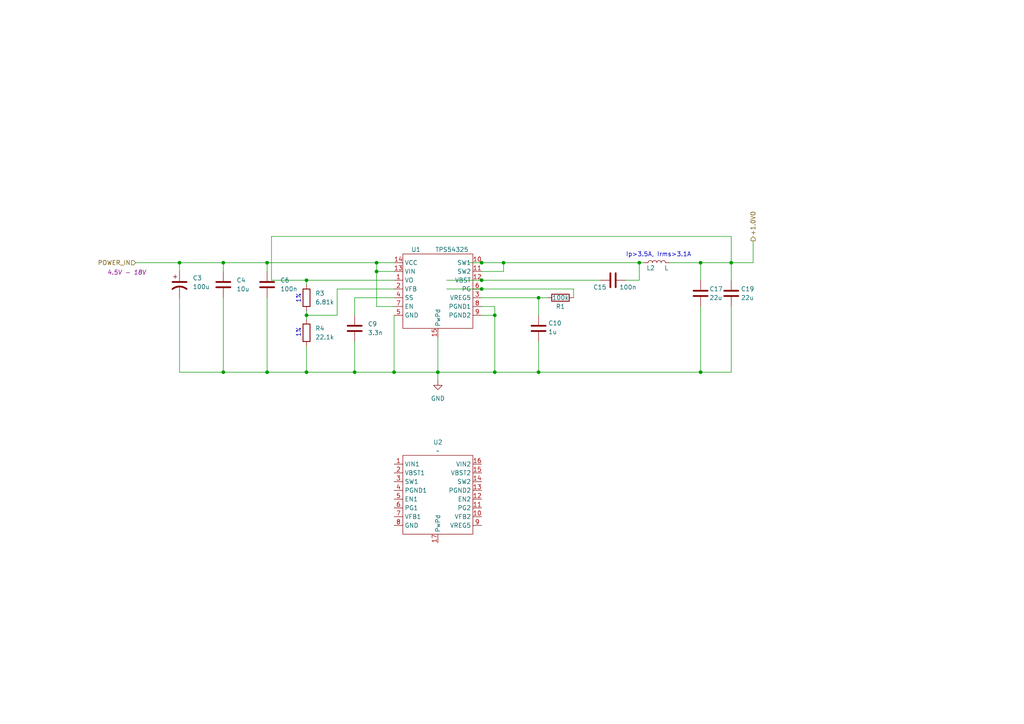
<source format=kicad_sch>
(kicad_sch (version 20231120) (generator "eeschema") (generator_version "8.0")
  (paper "A4")
  (title_block (title "Power Supply") (date "2024-09-06") (rev "v1.0") (company "MicroHard") (comment 1 "Supplies 1v, 1.8v and 3.3v in correct order"))
  (lib_symbols
    (symbol "Device:C" (pin_numbers hide) (pin_names (offset 0.254))
      (property "Reference" "C" (at 0.635 2.54 0))
      (property "Value" "C" (at 0.635 -2.54 0))
      (symbol "C_0_1"
        (polyline (pts (xy -2.032 -0.762) (xy 2.032 -0.762)) (stroke (width 0.508)))
        (polyline (pts (xy -2.032 0.762) (xy 2.032 0.762)) (stroke (width 0.508)))
      )
      (symbol "C_1_1"
        (pin passive line (at 0 3.81 270) (length 2.794) (name "~") (number "1"))
        (pin passive line (at 0 -3.81 90) (length 2.794) (name "~") (number "2"))
      )
    )
    (symbol "Device:C_Polarized_US" (pin_numbers hide) (pin_names (offset 0.254) hide)
      (property "Reference" "C" (at 0.635 2.54 0))
      (property "Value" "C_Polarized_US" (at 0.635 -2.54 0))
      (symbol "C_Polarized_US_0_1"
        (polyline (pts (xy -2.032 0.762) (xy 2.032 0.762)) (stroke (width 0.508)))
        (polyline (pts (xy -1.778 2.286) (xy -0.762 2.286)))
        (polyline (pts (xy -1.27 1.778) (xy -1.27 2.794)))
        (arc (start 2.032 -1.27) (mid 0 -0.5572) (end -2.032 -1.27) (stroke (width 0.508)))
      )
      (symbol "C_Polarized_US_1_1"
        (pin passive line (at 0 3.81 270) (length 2.794) (name "~") (number "1"))
        (pin passive line (at 0 -3.81 90) (length 3.302) (name "~") (number "2"))
      )
    )
    (symbol "Device:L" (pin_numbers hide) (pin_names (offset 1.016) hide)
      (property "Reference" "L" (at -1.27 0 90))
      (property "Value" "L" (at 1.905 0 90))
      (symbol "L_0_1"
        (arc (start 0 -2.54) (mid 0.6323 -1.905) (end 0 -1.27))
        (arc (start 0 -1.27) (mid 0.6323 -0.635) (end 0 0))
        (arc (start 0 0) (mid 0.6323 0.635) (end 0 1.27))
        (arc (start 0 1.27) (mid 0.6323 1.905) (end 0 2.54))
      )
      (symbol "L_1_1"
        (pin passive line (at 0 3.81 270) (length 1.27) (name "1") (number "1"))
        (pin passive line (at 0 -3.81 90) (length 1.27) (name "2") (number "2"))
      )
    )
    (symbol "Device:R" (pin_numbers hide) (pin_names (offset 0))
      (property "Reference" "R" (at 2.032 0 90))
      (property "Value" "R" (at 0 0 90))
      (symbol "R_0_1"
        (rectangle (start -1.016 -2.54) (end 1.016 2.54) (stroke (width 0.254)))
      )
      (symbol "R_1_1"
        (pin passive line (at 0 3.81 270) (length 1.27) (name "~") (number "1"))
        (pin passive line (at 0 -3.81 90) (length 1.27) (name "~") (number "2"))
      )
    )
    (symbol "MicroHardLibrary:TPS54294"
      (property "Reference" "U" (at 0 6.604 0))
      (symbol "TPS54294_0_1"
        (rectangle (start -10.16 2.54) (end 10.16 -20.32))
      )
      (symbol "TPS54294_1_1"
        (pin power_in line (at -12.7 0 0) (length 2.54) (name "VIN1") (number "1"))
        (pin input line (at 12.7 -15.24 180) (length 2.54) (name "VFB2") (number "10"))
        (pin output line (at 12.7 -12.7 180) (length 2.54) (name "PG2") (number "11"))
        (pin input line (at 12.7 -10.16 180) (length 2.54) (name "EN2") (number "12"))
        (pin bidirectional line (at 12.7 -7.62 180) (length 2.54) (name "PGND2") (number "13"))
        (pin bidirectional line (at 12.7 -5.08 180) (length 2.54) (name "SW2") (number "14"))
        (pin input line (at 12.7 -2.54 180) (length 2.54) (name "VBST2") (number "15"))
        (pin power_in line (at 12.7 0 180) (length 2.54) (name "VIN2") (number "16"))
        (pin passive line (at 0 -22.86 90) (length 2.54) (name "PwPd") (number "17"))
        (pin input line (at -12.7 -2.54 0) (length 2.54) (name "VBST1") (number "2"))
        (pin bidirectional line (at -12.7 -5.08 0) (length 2.54) (name "SW1") (number "3"))
        (pin bidirectional line (at -12.7 -7.62 0) (length 2.54) (name "PGND1") (number "4"))
        (pin input line (at -12.7 -10.16 0) (length 2.54) (name "EN1") (number "5"))
        (pin output line (at -12.7 -12.7 0) (length 2.54) (name "PG1") (number "6"))
        (pin input line (at -12.7 -15.24 0) (length 2.54) (name "VFB1") (number "7"))
        (pin passive line (at -12.7 -17.78 0) (length 2.54) (name "GND") (number "8"))
        (pin output line (at 12.7 -17.78 180) (length 2.54) (name "VREG5") (number "9"))
      )
    )
    (symbol "MicroHardLibrary:TPS54325"
      (property "Reference" "U" (at 0 6.604 0))
      (symbol "TPS54325_0_1"
        (rectangle (start -10.16 2.54) (end 10.16 -19.05))
      )
      (symbol "TPS54325_1_1"
        (pin input line (at -12.7 -5.08 0) (length 2.54) (name "VO") (number "1"))
        (pin output line (at 12.7 0 180) (length 2.54) (name "SW1") (number "10"))
        (pin output line (at 12.7 -2.54 180) (length 2.54) (name "SW2") (number "11"))
        (pin output line (at 12.7 -5.08 180) (length 2.54) (name "VBST") (number "12"))
        (pin power_in line (at -12.7 -2.54 0) (length 2.54) (name "VIN") (number "13"))
        (pin power_in line (at -12.7 0 0) (length 2.54) (name "VCC") (number "14"))
        (pin passive line (at 0 -21.59 90) (length 2.54) (name "PwPd") (number "15"))
        (pin input line (at -12.7 -7.62 0) (length 2.54) (name "VFB") (number "2"))
        (pin output line (at 12.7 -10.16 180) (length 2.54) (name "VREG5") (number "3"))
        (pin input line (at -12.7 -10.16 0) (length 2.54) (name "SS") (number "4"))
        (pin passive line (at -12.7 -15.24 0) (length 2.54) (name "GND") (number "5"))
        (pin output line (at 12.7 -7.62 180) (length 2.54) (name "PG") (number "6"))
        (pin input line (at -12.7 -12.7 0) (length 2.54) (name "EN") (number "7"))
        (pin passive line (at 12.7 -12.7 180) (length 2.54) (name "PGND1") (number "8"))
        (pin passive line (at 12.7 -15.24 180) (length 2.54) (name "PGND2") (number "9"))
      )
    )
    (symbol "power:GND" (power) (pin_numbers hide) (pin_names (offset 0) hide)
      (property "Value" "GND" (at 0 -3.81 0))
      (symbol "GND_0_1"
        (polyline (pts (xy 0 0) (xy 0 -1.27) (xy 1.27 -1.27) (xy 0 -2.54) (xy -1.27 -1.27) (xy 0 -1.27)))
      )
      (symbol "GND_1_1"
        (pin power_in line (at 0 0 270) (length 0) (name "~") (number "1"))
      )
    )
  )
  (junction (at 146.05 76.2))
  (junction (at 64.77 76.2))
  (junction (at 212.09 76.2))
  (junction (at 88.9 81.28))
  (junction (at 114.3 107.95))
  (junction (at 139.7 81.28))
  (junction (at 143.51 91.44))
  (junction (at 77.47 76.2))
  (junction (at 109.22 76.2))
  (junction (at 203.2 76.2))
  (junction (at 88.9 91.44))
  (junction (at 77.47 107.95))
  (junction (at 102.87 107.95))
  (junction (at 88.9 107.95))
  (junction (at 52.07 76.2))
  (junction (at 139.7 76.2))
  (junction (at 156.21 107.95))
  (junction (at 109.22 78.74))
  (junction (at 139.7 83.82))
  (junction (at 143.51 107.95))
  (junction (at 203.2 107.95))
  (junction (at 127 107.95))
  (junction (at 64.77 107.95))
  (junction (at 156.21 86.36))
  (junction (at 185.42 76.2))
  (wire (pts (xy 77.47 86.36) (xy 77.47 107.95)))
  (wire (pts (xy 139.7 83.82) (xy 166.37 83.82)))
  (wire (pts (xy 102.87 107.95) (xy 114.3 107.95)))
  (wire (pts (xy 156.21 99.06) (xy 156.21 107.95)))
  (wire (pts (xy 185.42 76.2) (xy 186.69 76.2)))
  (wire (pts (xy 127 107.95) (xy 143.51 107.95)))
  (wire (pts (xy 127 107.95) (xy 127 110.49)))
  (wire (pts (xy 102.87 99.06) (xy 102.87 107.95)))
  (wire (pts (xy 212.09 107.95) (xy 212.09 88.9)))
  (wire (pts (xy 64.77 76.2) (xy 64.77 78.74)))
  (wire (pts (xy 102.87 86.36) (xy 102.87 91.44)))
  (wire (pts (xy 52.07 86.36) (xy 52.07 107.95)))
  (wire (pts (xy 212.09 76.2) (xy 218.44 76.2)))
  (wire (pts (xy 203.2 76.2) (xy 212.09 76.2)))
  (wire (pts (xy 139.7 86.36) (xy 156.21 86.36)))
  (wire (pts (xy 139.7 81.28) (xy 173.99 81.28)))
  (wire (pts (xy 77.47 76.2) (xy 109.22 76.2)))
  (wire (pts (xy 109.22 76.2) (xy 109.22 78.74)))
  (wire (pts (xy 109.22 78.74) (xy 109.22 88.9)))
  (wire (pts (xy 77.47 107.95) (xy 88.9 107.95)))
  (wire (pts (xy 64.77 86.36) (xy 64.77 107.95)))
  (wire (pts (xy 109.22 88.9) (xy 114.3 88.9)))
  (wire (pts (xy 156.21 86.36) (xy 158.75 86.36)))
  (wire (pts (xy 52.07 107.95) (xy 64.77 107.95)))
  (wire (pts (xy 109.22 76.2) (xy 114.3 76.2)))
  (wire (pts (xy 203.2 88.9) (xy 203.2 107.95)))
  (wire (pts (xy 129.54 81.28) (xy 139.7 81.28)))
  (wire (pts (xy 203.2 107.95) (xy 212.09 107.95)))
  (wire (pts (xy 127 97.79) (xy 127 107.95)))
  (wire (pts (xy 52.07 76.2) (xy 52.07 78.74)))
  (wire (pts (xy 156.21 107.95) (xy 203.2 107.95)))
  (wire (pts (xy 88.9 91.44) (xy 88.9 92.71)))
  (wire (pts (xy 212.09 76.2) (xy 212.09 81.28)))
  (wire (pts (xy 156.21 91.44) (xy 156.21 86.36)))
  (wire (pts (xy 114.3 107.95) (xy 127 107.95)))
  (wire (pts (xy 78.74 81.28) (xy 88.9 81.28)))
  (wire (pts (xy 114.3 86.36) (xy 102.87 86.36)))
  (wire (pts (xy 185.42 81.28) (xy 185.42 76.2)))
  (wire (pts (xy 143.51 107.95) (xy 156.21 107.95)))
  (wire (pts (xy 88.9 107.95) (xy 102.87 107.95)))
  (wire (pts (xy 109.22 78.74) (xy 114.3 78.74)))
  (wire (pts (xy 139.7 91.44) (xy 143.51 91.44)))
  (wire (pts (xy 166.37 83.82) (xy 166.37 86.36)))
  (wire (pts (xy 212.09 68.58) (xy 212.09 76.2)))
  (wire (pts (xy 77.47 76.2) (xy 77.47 78.74)))
  (wire (pts (xy 88.9 81.28) (xy 114.3 81.28)))
  (wire (pts (xy 129.54 83.82) (xy 139.7 83.82)))
  (wire (pts (xy 64.77 76.2) (xy 77.47 76.2)))
  (wire (pts (xy 114.3 91.44) (xy 114.3 107.95)))
  (wire (pts (xy 97.79 83.82) (xy 97.79 91.44)))
  (wire (pts (xy 181.61 81.28) (xy 185.42 81.28)))
  (wire (pts (xy 78.74 68.58) (xy 78.74 81.28)))
  (wire (pts (xy 78.74 68.58) (xy 212.09 68.58)))
  (wire (pts (xy 143.51 91.44) (xy 143.51 107.95)))
  (wire (pts (xy 64.77 107.95) (xy 77.47 107.95)))
  (wire (pts (xy 194.31 76.2) (xy 203.2 76.2)))
  (wire (pts (xy 203.2 76.2) (xy 203.2 81.28)))
  (wire (pts (xy 143.51 88.9) (xy 143.51 91.44)))
  (wire (pts (xy 88.9 81.28) (xy 88.9 82.55)))
  (wire (pts (xy 139.7 76.2) (xy 146.05 76.2)))
  (wire (pts (xy 139.7 78.74) (xy 146.05 78.74)))
  (wire (pts (xy 146.05 76.2) (xy 185.42 76.2)))
  (wire (pts (xy 218.44 76.2) (xy 218.44 69.85)))
  (wire (pts (xy 39.37 76.2) (xy 52.07 76.2)))
  (wire (pts (xy 88.9 90.17) (xy 88.9 91.44)))
  (wire (pts (xy 146.05 78.74) (xy 146.05 76.2)))
  (wire (pts (xy 88.9 100.33) (xy 88.9 107.95)))
  (wire (pts (xy 135.89 76.2) (xy 139.7 76.2)))
  (wire (pts (xy 97.79 91.44) (xy 88.9 91.44)))
  (wire (pts (xy 114.3 83.82) (xy 97.79 83.82)))
  (wire (pts (xy 139.7 88.9) (xy 143.51 88.9)))
  (wire (pts (xy 52.07 76.2) (xy 64.77 76.2)))
  (text "1%" (at 86.614 96.52 90) (effects (font (size 1.27 1.27))))
  (text "1%" (at 86.614 86.614 90) (effects (font (size 1.27 1.27))))
  (text "Ip>3.5A, Irms>3.1A\n" (at 191.008 73.914 0) (effects (font (size 1.27 1.27))))
  (hierarchical_label "POWER_IN" (shape input) (at 39.37 76.2 180) (property "untitled" "4.5V - 18V" (at 42.418 78.994 0) (effects (font (italic yes)) (justify right))))
  (hierarchical_label "+1.0VO" (shape output) (at 218.44 69.85 90))
  (symbol (lib_id "Device:C") (at 203.2 85.09 0) (unit 1)
    (property "Reference" "C17" (at 205.74 83.82 0) (effects (justify left)))
    (property "Value" "22u" (at 205.74 86.36 0) (effects (justify left)))
    (property "Description" "Unpolarized capacitor" (effects (hide yes)))
  )
  (symbol (lib_id "Device:C") (at 102.87 95.25 0) (unit 1)
    (property "Reference" "C9" (at 106.68 93.9799 0) (effects (justify left)))
    (property "Value" "3.3n" (at 106.68 96.5199 0) (effects (justify left)))
    (property "Description" "Unpolarized capacitor" (effects (hide yes)))
  )
  (symbol (lib_id "Device:C") (at 156.21 95.25 0) (unit 1)
    (property "Reference" "C10" (at 159.004 93.726 0) (effects (justify left)))
    (property "Value" "1u" (at 159.004 96.266 0) (effects (justify left)))
    (property "Description" "Unpolarized capacitor" (effects (hide yes)))
  )
  (symbol (lib_id "MicroHardLibrary:TPS54294") (at 127 134.62 0) (unit 1)
    (property "Reference" "U2" (at 127 128.27 0))
    (property "Value" "~" (at 127 130.81 0))
  )
  (symbol (lib_id "Device:C") (at 212.09 85.09 0) (unit 1)
    (property "Reference" "C19" (at 214.884 83.82 0) (effects (justify left)))
    (property "Value" "22u" (at 214.884 86.36 0) (effects (justify left)))
    (property "Description" "Unpolarized capacitor" (effects (hide yes)))
  )
  (symbol (lib_id "Device:C") (at 177.8 81.28 270) (unit 1)
    (property "Reference" "C15" (at 173.99 83.312 90))
    (property "Value" "100n" (at 182.118 83.312 90))
    (property "Description" "Unpolarized capacitor" (effects (hide yes)))
  )
  (symbol (lib_id "power:GND") (at 127 110.49 0) (unit 1)
    (property "Reference" "#PWR01" (effects (hide yes)))
    (property "Value" "GND" (at 127 115.57 0))
    (property "Description" "Power symbol creates a global label with name \"GND\" , ground" (effects (hide yes)))
  )
  (symbol (lib_id "Device:C") (at 77.47 82.55 0) (unit 1)
    (property "Reference" "C6" (at 81.28 81.2799 0) (effects (justify left)))
    (property "Value" "100n" (at 81.28 83.8199 0) (effects (justify left)))
    (property "Description" "Unpolarized capacitor" (effects (hide yes)))
  )
  (symbol (lib_id "Device:R") (at 88.9 86.36 0) (unit 1)
    (property "Reference" "R3" (at 91.44 85.0899 0) (effects (justify left)))
    (property "Value" "6.81k" (at 91.44 87.6299 0) (effects (justify left)))
    (property "Description" "Resistor" (effects (hide yes)))
  )
  (symbol (lib_id "Device:R") (at 162.56 86.36 270) (unit 1)
    (property "Reference" "R1" (at 162.56 88.9 90))
    (property "Value" "100k" (at 162.56 86.36 90))
    (property "Description" "Resistor" (effects (hide yes)))
  )
  (symbol (lib_id "Device:L") (at 190.5 76.2 90) (unit 1)
    (property "Reference" "L2" (at 188.722 77.724 90))
    (property "Value" "L" (at 193.294 77.724 90))
    (property "Description" "Inductor" (effects (hide yes)))
  )
  (symbol (lib_id "MicroHardLibrary:TPS54325") (at 127 76.2 0) (unit 1)
    (property "Reference" "U1" (at 120.65 72.39 0))
    (property "Value" "TPS54325" (at 131.064 72.39 0))
  )
  (symbol (lib_id "Device:R") (at 88.9 96.52 0) (unit 1)
    (property "Reference" "R4" (at 91.44 95.2499 0) (effects (justify left)))
    (property "Value" "22.1k" (at 91.44 97.7899 0) (effects (justify left)))
    (property "Description" "Resistor" (effects (hide yes)))
  )
  (symbol (lib_id "Device:C_Polarized_US") (at 52.07 82.55 0) (unit 1)
    (property "Reference" "C3" (at 55.88 80.6449 0) (effects (justify left)))
    (property "Value" "100u" (at 55.88 83.1849 0) (effects (justify left)))
    (property "Description" "Polarized capacitor, US symbol" (effects (hide yes)))
  )
  (symbol (lib_id "Device:C") (at 64.77 82.55 0) (unit 1)
    (property "Reference" "C4" (at 68.58 81.2799 0) (effects (justify left)))
    (property "Value" "10u" (at 68.58 83.8199 0) (effects (justify left)))
    (property "Description" "Unpolarized capacitor" (effects (hide yes)))
  )
)
</source>
